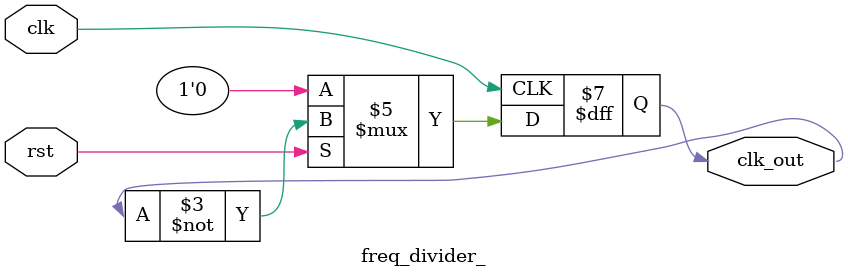
<source format=v>
`timescale 1ns / 1ps


module freq_divider_(
    input clk,rst,
    output reg clk_out
    );
    always@(posedge clk)
    if(!rst)
    clk_out<=1'b0;
    else
    clk_out<=~clk_out;
endmodule

</source>
